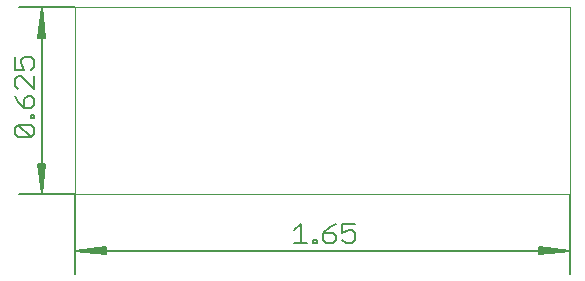
<source format=gbo>
G75*
G70*
%OFA0B0*%
%FSLAX24Y24*%
%IPPOS*%
%LPD*%
%AMOC8*
5,1,8,0,0,1.08239X$1,22.5*
%
%ADD10C,0.0010*%
%ADD11C,0.0051*%
%ADD12C,0.0060*%
D10*
X002370Y004118D02*
X002370Y010368D01*
X018870Y010368D01*
X018870Y004118D01*
X002370Y004118D01*
D11*
X002370Y001481D01*
X002370Y002248D02*
X003393Y002123D01*
X003393Y002374D01*
X002370Y002248D01*
X003393Y002146D01*
X003393Y002197D02*
X002370Y002248D01*
X003393Y002351D01*
X003393Y002299D02*
X002370Y002248D01*
X018870Y002248D01*
X017846Y002146D01*
X017846Y002123D02*
X018870Y002248D01*
X017846Y002351D01*
X017846Y002374D02*
X017846Y002123D01*
X017846Y002197D02*
X018870Y002248D01*
X017846Y002299D01*
X017846Y002374D02*
X018870Y002248D01*
X018870Y001481D02*
X018870Y004118D01*
X002370Y004118D02*
X000492Y004118D01*
X001260Y004118D02*
X001362Y005142D01*
X001385Y005142D02*
X001260Y004118D01*
X001157Y005142D01*
X001134Y005142D02*
X001385Y005142D01*
X001311Y005142D02*
X001260Y004118D01*
X001208Y005142D01*
X001134Y005142D02*
X001260Y004118D01*
X001260Y010368D01*
X001362Y009345D01*
X001385Y009345D02*
X001260Y010368D01*
X001157Y009345D01*
X001134Y009345D02*
X001385Y009345D01*
X001311Y009345D02*
X001260Y010368D01*
X001208Y009345D01*
X001134Y009345D02*
X001260Y010368D01*
X000492Y010368D02*
X002370Y010368D01*
D12*
X000897Y008700D02*
X000683Y008700D01*
X000576Y008593D01*
X000576Y008486D01*
X000683Y008273D01*
X000363Y008273D01*
X000363Y008700D01*
X000897Y008700D02*
X001003Y008593D01*
X001003Y008380D01*
X000897Y008273D01*
X001003Y008055D02*
X001003Y007628D01*
X000576Y008055D01*
X000470Y008055D01*
X000363Y007949D01*
X000363Y007735D01*
X000470Y007628D01*
X000363Y007411D02*
X000470Y007197D01*
X000683Y006984D01*
X000683Y007304D01*
X000790Y007411D01*
X000897Y007411D01*
X001003Y007304D01*
X001003Y007091D01*
X000897Y006984D01*
X000683Y006984D01*
X000897Y006768D02*
X001003Y006768D01*
X001003Y006662D01*
X000897Y006662D01*
X000897Y006768D01*
X000897Y006444D02*
X000470Y006444D01*
X000897Y006017D01*
X001003Y006124D01*
X001003Y006337D01*
X000897Y006444D01*
X000470Y006444D02*
X000363Y006337D01*
X000363Y006124D01*
X000470Y006017D01*
X000897Y006017D01*
X009673Y002932D02*
X009886Y003145D01*
X009886Y002504D01*
X009673Y002504D02*
X010100Y002504D01*
X010317Y002504D02*
X010317Y002611D01*
X010424Y002611D01*
X010424Y002504D01*
X010317Y002504D01*
X010639Y002611D02*
X010746Y002504D01*
X010960Y002504D01*
X011066Y002611D01*
X011066Y002718D01*
X010960Y002825D01*
X010639Y002825D01*
X010639Y002611D01*
X010639Y002825D02*
X010853Y003038D01*
X011066Y003145D01*
X011284Y003145D02*
X011284Y002825D01*
X011497Y002932D01*
X011604Y002932D01*
X011711Y002825D01*
X011711Y002611D01*
X011604Y002504D01*
X011391Y002504D01*
X011284Y002611D01*
X011284Y003145D02*
X011711Y003145D01*
M02*

</source>
